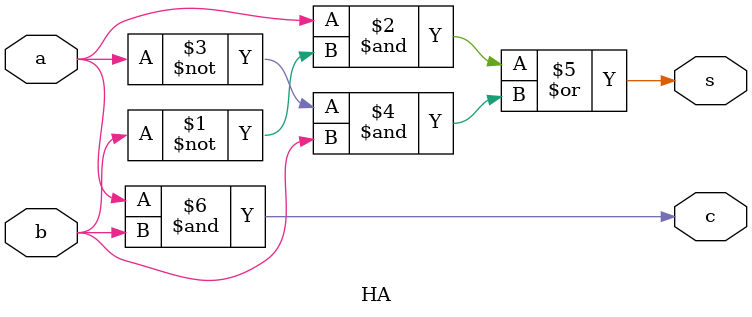
<source format=v>
`timescale 1ns / 1ps

module HA(
    input a, b,
    output s, c
    );
    
    assign s = (a & ~b) | (~a & b);
    assign c = a & b;
    
endmodule

</source>
